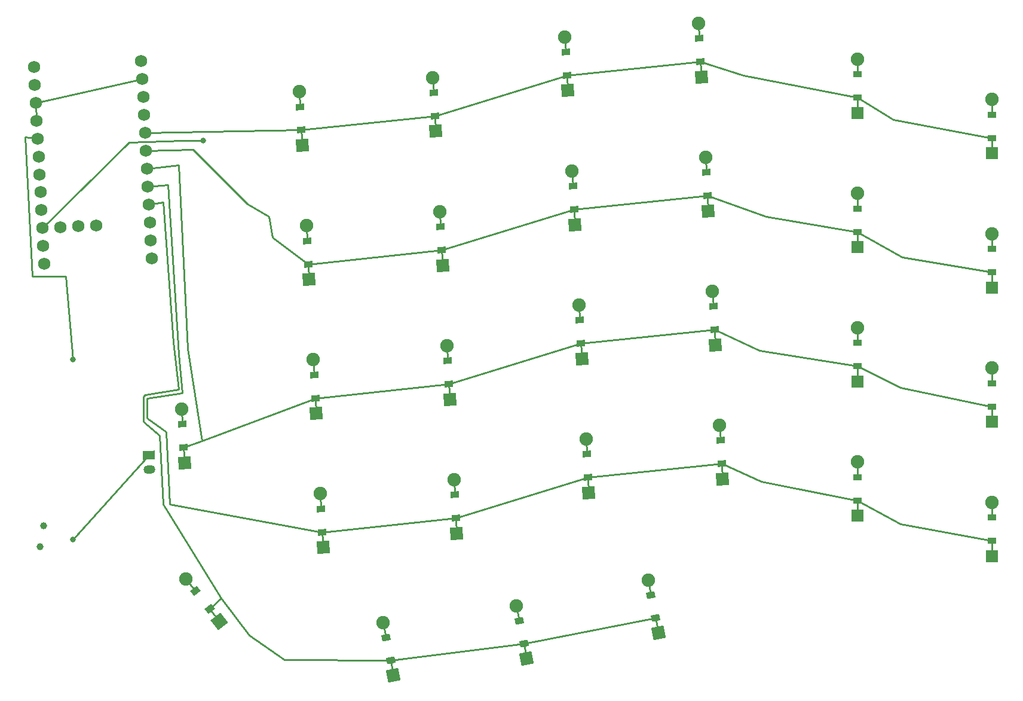
<source format=gbr>
%TF.GenerationSoftware,KiCad,Pcbnew,8.0.4*%
%TF.CreationDate,2024-09-16T15:21:11-06:00*%
%TF.ProjectId,right_board,72696768-745f-4626-9f61-72642e6b6963,v1.0.0*%
%TF.SameCoordinates,Original*%
%TF.FileFunction,Copper,L1,Top*%
%TF.FilePolarity,Positive*%
%FSLAX46Y46*%
G04 Gerber Fmt 4.6, Leading zero omitted, Abs format (unit mm)*
G04 Created by KiCad (PCBNEW 8.0.4) date 2024-09-16 15:21:11*
%MOMM*%
%LPD*%
G01*
G04 APERTURE LIST*
G04 Aperture macros list*
%AMHorizOval*
0 Thick line with rounded ends*
0 $1 width*
0 $2 $3 position (X,Y) of the first rounded end (center of the circle)*
0 $4 $5 position (X,Y) of the second rounded end (center of the circle)*
0 Add line between two ends*
20,1,$1,$2,$3,$4,$5,0*
0 Add two circle primitives to create the rounded ends*
1,1,$1,$2,$3*
1,1,$1,$4,$5*%
%AMRotRect*
0 Rectangle, with rotation*
0 The origin of the aperture is its center*
0 $1 length*
0 $2 width*
0 $3 Rotation angle, in degrees counterclockwise*
0 Add horizontal line*
21,1,$1,$2,0,0,$3*%
G04 Aperture macros list end*
%TA.AperFunction,WasherPad*%
%ADD10C,1.000000*%
%TD*%
%TA.AperFunction,ComponentPad*%
%ADD11RotRect,1.778000X1.778000X93.000000*%
%TD*%
%TA.AperFunction,SMDPad,CuDef*%
%ADD12RotRect,0.900000X1.200000X93.000000*%
%TD*%
%TA.AperFunction,ComponentPad*%
%ADD13C,1.905000*%
%TD*%
%TA.AperFunction,ComponentPad*%
%ADD14R,1.778000X1.778000*%
%TD*%
%TA.AperFunction,SMDPad,CuDef*%
%ADD15R,1.200000X0.900000*%
%TD*%
%TA.AperFunction,ComponentPad*%
%ADD16C,1.752600*%
%TD*%
%TA.AperFunction,ComponentPad*%
%ADD17RotRect,1.200000X1.700000X273.000000*%
%TD*%
%TA.AperFunction,ComponentPad*%
%ADD18HorizOval,1.200000X-0.249657X-0.013084X0.249657X0.013084X0*%
%TD*%
%TA.AperFunction,ComponentPad*%
%ADD19RotRect,1.778000X1.778000X101.000000*%
%TD*%
%TA.AperFunction,SMDPad,CuDef*%
%ADD20RotRect,0.900000X1.200000X101.000000*%
%TD*%
%TA.AperFunction,ComponentPad*%
%ADD21RotRect,1.778000X1.778000X128.000000*%
%TD*%
%TA.AperFunction,SMDPad,CuDef*%
%ADD22RotRect,0.900000X1.200000X128.000000*%
%TD*%
%TA.AperFunction,ViaPad*%
%ADD23C,0.800000*%
%TD*%
%TA.AperFunction,Conductor*%
%ADD24C,0.250000*%
%TD*%
G04 APERTURE END LIST*
D10*
%TO.P,T1,*%
%TO.N,*%
X145881877Y-180869031D03*
X146402821Y-177914607D03*
%TD*%
D11*
%TO.P,D17,1*%
%TO.N,P115*%
X204922588Y-178953889D03*
D12*
X204809542Y-176796849D03*
%TO.P,D17,2*%
%TO.N,mirror_four_bottom*%
X204636834Y-173501371D03*
D13*
X204523788Y-171344331D03*
%TD*%
D11*
%TO.P,D10,1*%
%TO.N,P002*%
X241577027Y-152283993D03*
D12*
X241463981Y-150126953D03*
%TO.P,D10,2*%
%TO.N,mirror_two_home*%
X241291273Y-146831475D03*
D13*
X241178227Y-144674435D03*
%TD*%
D14*
%TO.P,D3,1*%
%TO.N,P029*%
X280749798Y-144164160D03*
D15*
X280749798Y-142004160D03*
%TO.P,D3,2*%
%TO.N,mirror_function_keys_qwerty*%
X280749798Y-138704160D03*
D13*
X280749798Y-136544160D03*
%TD*%
D16*
%TO.P,MCU1,1*%
%TO.N,P006*%
X145014474Y-112918737D03*
%TO.P,MCU1,2*%
%TO.N,P008*%
X145147407Y-115455256D03*
%TO.P,MCU1,3*%
%TO.N,GND*%
X145280340Y-117991775D03*
%TO.P,MCU1,4*%
X145413274Y-120528294D03*
%TO.P,MCU1,5*%
%TO.N,P017*%
X145546207Y-123064813D03*
%TO.P,MCU1,6*%
%TO.N,P020*%
X145679140Y-125601332D03*
%TO.P,MCU1,7*%
%TO.N,P022*%
X145812074Y-128137851D03*
%TO.P,MCU1,8*%
%TO.N,P024*%
X145945007Y-130674371D03*
%TO.P,MCU1,9*%
%TO.N,P100*%
X146077940Y-133210890D03*
%TO.P,MCU1,10*%
%TO.N,P011*%
X146210874Y-135747409D03*
%TO.P,MCU1,11*%
%TO.N,P104*%
X146343807Y-138283928D03*
%TO.P,MCU1,12*%
%TO.N,P106*%
X146476740Y-140820447D03*
%TO.P,MCU1,13*%
%TO.N,P009*%
X161695854Y-140022847D03*
%TO.P,MCU1,14*%
%TO.N,P010*%
X161562921Y-137486328D03*
%TO.P,MCU1,15*%
%TO.N,P111*%
X161429988Y-134949809D03*
%TO.P,MCU1,16*%
%TO.N,P113*%
X161297054Y-132413290D03*
%TO.P,MCU1,17*%
%TO.N,P115*%
X161164121Y-129876771D03*
%TO.P,MCU1,18*%
%TO.N,P002*%
X161031188Y-127340252D03*
%TO.P,MCU1,19*%
%TO.N,P029*%
X160898254Y-124803733D03*
%TO.P,MCU1,20*%
%TO.N,P031*%
X160765321Y-122267213D03*
%TO.P,MCU1,21*%
%TO.N,VCC*%
X160632388Y-119730694D03*
%TO.P,MCU1,22*%
%TO.N,RST*%
X160499454Y-117194175D03*
%TO.P,MCU1,23*%
%TO.N,GND*%
X160366521Y-114657656D03*
%TO.P,MCU1,24*%
%TO.N,RAW*%
X160233588Y-112121137D03*
%TO.P,MCU1,31*%
%TO.N,P101*%
X148747393Y-135614475D03*
%TO.P,MCU1,32*%
%TO.N,P102*%
X151283912Y-135481542D03*
%TO.P,MCU1,33*%
%TO.N,P107*%
X153820431Y-135348609D03*
%TD*%
D14*
%TO.P,D4,1*%
%TO.N,P031*%
X280749798Y-125164160D03*
D15*
X280749798Y-123004160D03*
%TO.P,D4,2*%
%TO.N,mirror_function_keys_number*%
X280749798Y-119704160D03*
D13*
X280749798Y-117544160D03*
%TD*%
D11*
%TO.P,D20,1*%
%TO.N,P031*%
X201939438Y-122032005D03*
D12*
X201826392Y-119874965D03*
%TO.P,D20,2*%
%TO.N,mirror_four_number*%
X201653684Y-116579487D03*
D13*
X201540638Y-114422447D03*
%TD*%
D11*
%TO.P,D13,1*%
%TO.N,P115*%
X223647299Y-173203533D03*
D12*
X223534253Y-171046493D03*
%TO.P,D13,2*%
%TO.N,mirror_three_bottom*%
X223361545Y-167751015D03*
D13*
X223248499Y-165593975D03*
%TD*%
D17*
%TO.P,JST1,1*%
%TO.N,pos*%
X161284926Y-167912575D03*
D18*
%TO.P,JST1,2*%
%TO.N,GND*%
X161389598Y-169909835D03*
%TD*%
D19*
%TO.P,D25,1*%
%TO.N,P113*%
X233499304Y-193040311D03*
D20*
X233087157Y-190919996D03*
%TO.P,D25,2*%
%TO.N,mirror_near_thumb*%
X232457487Y-187680626D03*
D13*
X232045340Y-185560311D03*
%TD*%
D14*
%TO.P,D5,1*%
%TO.N,P115*%
X261749798Y-176449160D03*
D15*
X261749798Y-174289160D03*
%TO.P,D5,2*%
%TO.N,mirror_one_bottom*%
X261749798Y-170989160D03*
D13*
X261749798Y-168829160D03*
%TD*%
D11*
%TO.P,D29,1*%
%TO.N,P002*%
X166346634Y-168959101D03*
D12*
X166233588Y-166802061D03*
%TO.P,D29,2*%
%TO.N,mirror_curly_square*%
X166060880Y-163506583D03*
D13*
X165947834Y-161349543D03*
%TD*%
D14*
%TO.P,D7,1*%
%TO.N,P029*%
X261749798Y-138449160D03*
D15*
X261749798Y-136289160D03*
%TO.P,D7,2*%
%TO.N,mirror_one_qwerty*%
X261749798Y-132989160D03*
D13*
X261749798Y-130829160D03*
%TD*%
D11*
%TO.P,D19,1*%
%TO.N,P029*%
X202933822Y-141005966D03*
D12*
X202820776Y-138848926D03*
%TO.P,D19,2*%
%TO.N,mirror_four_qwerty*%
X202648068Y-135553448D03*
D13*
X202535022Y-133396408D03*
%TD*%
D11*
%TO.P,D11,1*%
%TO.N,P029*%
X240582644Y-133310032D03*
D12*
X240469598Y-131152992D03*
%TO.P,D11,2*%
%TO.N,mirror_two_qwerty*%
X240296890Y-127857514D03*
D13*
X240183844Y-125700474D03*
%TD*%
D11*
%TO.P,D12,1*%
%TO.N,P031*%
X239588261Y-114336071D03*
D12*
X239475215Y-112179031D03*
%TO.P,D12,2*%
%TO.N,mirror_two_number*%
X239302507Y-108883553D03*
D13*
X239189461Y-106726513D03*
%TD*%
D11*
%TO.P,D15,1*%
%TO.N,P029*%
X221658533Y-135255610D03*
D12*
X221545487Y-133098570D03*
%TO.P,D15,2*%
%TO.N,mirror_three_qwerty*%
X221372779Y-129803092D03*
D13*
X221259733Y-127646052D03*
%TD*%
D14*
%TO.P,D1,1*%
%TO.N,P115*%
X280749798Y-182164160D03*
D15*
X280749798Y-180004160D03*
%TO.P,D1,2*%
%TO.N,mirror_function_keys_bottom*%
X280749798Y-176704160D03*
D13*
X280749798Y-174544160D03*
%TD*%
D19*
%TO.P,D26,1*%
%TO.N,P113*%
X214848388Y-196665682D03*
D20*
X214436241Y-194545367D03*
%TO.P,D26,2*%
%TO.N,mirror_home_thumb*%
X213806571Y-191305997D03*
D13*
X213394424Y-189185682D03*
%TD*%
D11*
%TO.P,D9,1*%
%TO.N,P115*%
X242571410Y-171257955D03*
D12*
X242458364Y-169100915D03*
%TO.P,D9,2*%
%TO.N,mirror_two_bottom*%
X242285656Y-165805437D03*
D13*
X242172610Y-163648397D03*
%TD*%
D11*
%TO.P,D14,1*%
%TO.N,P002*%
X222652916Y-154229571D03*
D12*
X222539870Y-152072531D03*
%TO.P,D14,2*%
%TO.N,mirror_three_home*%
X222367162Y-148777053D03*
D13*
X222254116Y-146620013D03*
%TD*%
D11*
%TO.P,D18,1*%
%TO.N,P002*%
X203928205Y-159979928D03*
D12*
X203815159Y-157822888D03*
%TO.P,D18,2*%
%TO.N,mirror_four_home*%
X203642451Y-154527410D03*
D13*
X203529405Y-152370370D03*
%TD*%
D19*
%TO.P,D27,1*%
%TO.N,P113*%
X195958960Y-199064019D03*
D20*
X195546813Y-196943704D03*
%TO.P,D27,2*%
%TO.N,mirror_far_thumb*%
X194917143Y-193704334D03*
D13*
X194504996Y-191584019D03*
%TD*%
D14*
%TO.P,D2,1*%
%TO.N,P002*%
X280749798Y-163164160D03*
D15*
X280749798Y-161004160D03*
%TO.P,D2,2*%
%TO.N,mirror_function_keys_home*%
X280749798Y-157704160D03*
D13*
X280749798Y-155544160D03*
%TD*%
D21*
%TO.P,D28,1*%
%TO.N,P113*%
X171249810Y-191386964D03*
D22*
X169919981Y-189684861D03*
%TO.P,D28,2*%
%TO.N,mirror_space_thumb*%
X167888299Y-187084425D03*
D13*
X166558470Y-185382322D03*
%TD*%
D14*
%TO.P,D8,1*%
%TO.N,P031*%
X261749798Y-119449160D03*
D15*
X261749798Y-117289160D03*
%TO.P,D8,2*%
%TO.N,mirror_one_number*%
X261749798Y-113989160D03*
D13*
X261749798Y-111829160D03*
%TD*%
D11*
%TO.P,D21,1*%
%TO.N,P115*%
X186000963Y-180946902D03*
D12*
X185887917Y-178789862D03*
%TO.P,D21,2*%
%TO.N,mirror_five_bottom*%
X185715209Y-175494384D03*
D13*
X185602163Y-173337344D03*
%TD*%
D11*
%TO.P,D23,1*%
%TO.N,P029*%
X184012196Y-142998979D03*
D12*
X183899150Y-140841939D03*
%TO.P,D23,2*%
%TO.N,mirror_five_qwerty*%
X183726442Y-137546461D03*
D13*
X183613396Y-135389421D03*
%TD*%
D11*
%TO.P,D24,1*%
%TO.N,P031*%
X183017813Y-124025018D03*
D12*
X182904767Y-121867978D03*
%TO.P,D24,2*%
%TO.N,mirror_five_number*%
X182732059Y-118572500D03*
D13*
X182619013Y-116415460D03*
%TD*%
D14*
%TO.P,D6,1*%
%TO.N,P002*%
X261749798Y-157449160D03*
D15*
X261749798Y-155289160D03*
%TO.P,D6,2*%
%TO.N,mirror_one_home*%
X261749798Y-151989160D03*
D13*
X261749798Y-149829160D03*
%TD*%
D11*
%TO.P,D22,1*%
%TO.N,P002*%
X185006580Y-161972940D03*
D12*
X184893534Y-159815900D03*
%TO.P,D22,2*%
%TO.N,mirror_five_home*%
X184720826Y-156520422D03*
D13*
X184607780Y-154363382D03*
%TD*%
D11*
%TO.P,D16,1*%
%TO.N,P031*%
X220664150Y-116281649D03*
D12*
X220551104Y-114124609D03*
%TO.P,D16,2*%
%TO.N,mirror_three_number*%
X220378396Y-110829131D03*
D13*
X220265350Y-108672091D03*
%TD*%
D23*
%TO.N,P011*%
X169042604Y-123354160D03*
%TO.N,P017*%
X150542604Y-154354160D03*
%TO.N,pos*%
X150542604Y-179854160D03*
%TD*%
D24*
%TO.N,mirror_function_keys_bottom*%
X280749798Y-174544160D02*
X280749798Y-176704160D01*
%TO.N,mirror_function_keys_home*%
X280749798Y-157704160D02*
X280749798Y-155544160D01*
%TO.N,mirror_function_keys_qwerty*%
X280749798Y-136544160D02*
X280749798Y-138704160D01*
%TO.N,mirror_function_keys_number*%
X280749798Y-117544160D02*
X280749798Y-119704160D01*
%TO.N,mirror_one_bottom*%
X261749798Y-170989160D02*
X261749798Y-168829160D01*
%TO.N,mirror_one_home*%
X261749798Y-149829160D02*
X261749798Y-151989160D01*
%TO.N,mirror_one_qwerty*%
X261749798Y-132989160D02*
X261749798Y-130829160D01*
%TO.N,mirror_one_number*%
X261749798Y-113989160D02*
X261749798Y-111829160D01*
%TO.N,mirror_two_bottom*%
X242285656Y-165805437D02*
X242172610Y-163648397D01*
%TO.N,mirror_two_home*%
X241291273Y-146831475D02*
X241178227Y-144674435D01*
%TO.N,mirror_two_qwerty*%
X240296890Y-127857514D02*
X240183844Y-125700474D01*
%TO.N,mirror_two_number*%
X239189461Y-106726513D02*
X239302507Y-108883553D01*
%TO.N,mirror_three_bottom*%
X223361545Y-167751015D02*
X223248499Y-165593975D01*
%TO.N,mirror_three_home*%
X222254116Y-146620013D02*
X222367162Y-148777053D01*
%TO.N,mirror_three_qwerty*%
X221372779Y-129803092D02*
X221259733Y-127646052D01*
%TO.N,mirror_three_number*%
X220378396Y-110829131D02*
X220265350Y-108672091D01*
%TO.N,P011*%
X169042604Y-123354160D02*
X166042604Y-123354160D01*
X166042604Y-123354160D02*
X158542604Y-123604160D01*
X158542604Y-123604160D02*
X146210874Y-135747409D01*
%TO.N,mirror_four_bottom*%
X204636834Y-173501371D02*
X204523788Y-171344331D01*
%TO.N,mirror_four_home*%
X203529405Y-152370370D02*
X203642451Y-154527410D01*
%TO.N,mirror_four_qwerty*%
X202648068Y-135553448D02*
X202535022Y-133396408D01*
%TO.N,mirror_four_number*%
X201540638Y-114422447D02*
X201653684Y-116579487D01*
%TO.N,mirror_five_bottom*%
X185715209Y-175494384D02*
X185602163Y-173337344D01*
%TO.N,mirror_five_home*%
X184607780Y-154363382D02*
X184720826Y-156520422D01*
%TO.N,mirror_five_qwerty*%
X183726442Y-137546461D02*
X183613396Y-135389421D01*
%TO.N,mirror_five_number*%
X182619013Y-116415460D02*
X182732059Y-118572500D01*
%TO.N,mirror_near_thumb*%
X232457487Y-187680626D02*
X232045340Y-185560311D01*
%TO.N,mirror_home_thumb*%
X213394424Y-189185682D02*
X213806571Y-191305997D01*
%TO.N,mirror_far_thumb*%
X194917143Y-193704334D02*
X194504996Y-191584019D01*
%TO.N,P017*%
X149542604Y-142604160D02*
X144792604Y-142604160D01*
X150542604Y-154354160D02*
X149542604Y-142604160D01*
X144792604Y-142604160D02*
X143792604Y-122854160D01*
X143792604Y-122854160D02*
X145546207Y-123064813D01*
%TO.N,mirror_space_thumb*%
X166558470Y-185382322D02*
X167888299Y-187084425D01*
%TO.N,mirror_curly_square*%
X166060880Y-163506583D02*
X165947834Y-161349543D01*
%TO.N,P115*%
X280749798Y-180004160D02*
X280749798Y-182164160D01*
X248042604Y-171604160D02*
X242458364Y-169100915D01*
X261749798Y-176449160D02*
X261749798Y-174289160D01*
X204809542Y-176796849D02*
X185887917Y-178789862D01*
X204922588Y-178953889D02*
X204809542Y-176796849D01*
X163792604Y-164604160D02*
X161042604Y-162604160D01*
X161042604Y-162604160D02*
X161042604Y-159854160D01*
X261749798Y-174289160D02*
X267792604Y-177604160D01*
X223534253Y-171046493D02*
X242458364Y-169100915D01*
X267792604Y-177604160D02*
X280749798Y-180004160D01*
X261749798Y-174289160D02*
X248042604Y-171604160D01*
X204809542Y-176796849D02*
X223534253Y-171046493D01*
X223647299Y-173203533D02*
X223534253Y-171046493D01*
X164292604Y-174854160D02*
X163792604Y-164604160D01*
X242571410Y-171257955D02*
X242458364Y-169100915D01*
X186000963Y-180946902D02*
X185887917Y-178789862D01*
X165542604Y-153604160D02*
X164042604Y-129604160D01*
X166042604Y-159104160D02*
X165542604Y-153604160D01*
X161042604Y-159854160D02*
X166042604Y-159104160D01*
X164042604Y-129604160D02*
X161164121Y-129876771D01*
X185887917Y-178789862D02*
X164292604Y-174854160D01*
%TO.N,P002*%
X165542604Y-126854160D02*
X161031188Y-127340252D01*
X267792604Y-158354160D02*
X280749798Y-161004160D01*
X247792604Y-153104160D02*
X261749798Y-155289160D01*
X280749798Y-163164160D02*
X280749798Y-161004160D01*
X166346634Y-168959101D02*
X166233588Y-166802061D01*
X168792604Y-165843982D02*
X166233588Y-166802061D01*
X241577027Y-152283993D02*
X241463981Y-150126953D01*
X203815159Y-157822888D02*
X222539870Y-152072531D01*
X184893534Y-159815900D02*
X185006580Y-161972940D01*
X261749798Y-155289160D02*
X267792604Y-158354160D01*
X261749798Y-155289160D02*
X261749798Y-157449160D01*
X222652916Y-154229571D02*
X222539870Y-152072531D01*
X203928205Y-159979928D02*
X203815159Y-157822888D01*
X184893534Y-159815900D02*
X168792604Y-165843982D01*
X168792604Y-165843982D02*
X166792604Y-152854160D01*
X222539870Y-152072531D02*
X241463981Y-150126953D01*
X166792604Y-152854160D02*
X165542604Y-126854160D01*
X203815159Y-157822888D02*
X184893534Y-159815900D01*
X241463981Y-150126953D02*
X247792604Y-153104160D01*
%TO.N,P029*%
X175292604Y-132354160D02*
X167542604Y-124604160D01*
X240469598Y-131152992D02*
X248792604Y-134104160D01*
X261749798Y-136289160D02*
X268042604Y-139854160D01*
X268042604Y-139854160D02*
X280749798Y-142004160D01*
X202820776Y-138848926D02*
X221545487Y-133098570D01*
X280749798Y-144164160D02*
X280749798Y-142004160D01*
X167542604Y-124604160D02*
X160898254Y-124803733D01*
X183899150Y-140841939D02*
X178792604Y-137104160D01*
X248792604Y-134104160D02*
X261749798Y-136289160D01*
X178292604Y-134104160D02*
X175292604Y-132354160D01*
X261749798Y-138449160D02*
X261749798Y-136289160D01*
X221658533Y-135255610D02*
X221545487Y-133098570D01*
X240582644Y-133310032D02*
X240469598Y-131152992D01*
X184012196Y-142998979D02*
X183899150Y-140841939D01*
X202820776Y-138848926D02*
X183899150Y-140841939D01*
X221545487Y-133098570D02*
X240469598Y-131152992D01*
X202933822Y-141005966D02*
X202820776Y-138848926D01*
X178792604Y-137104160D02*
X178292604Y-134104160D01*
%TO.N,P031*%
X182904767Y-121867978D02*
X183017813Y-124025018D01*
X201826392Y-119874965D02*
X182904767Y-121867978D01*
X239475215Y-112179031D02*
X220551104Y-114124609D01*
X220664150Y-116281649D02*
X220551104Y-114124609D01*
X280749798Y-125164160D02*
X280749798Y-123004160D01*
X280749798Y-123004160D02*
X266792604Y-120354160D01*
X201826392Y-119874965D02*
X201939438Y-122032005D01*
X261749798Y-117289160D02*
X245542604Y-114104160D01*
X245542604Y-114104160D02*
X239475215Y-112179031D01*
X239475215Y-112179031D02*
X239588261Y-114336071D01*
X266792604Y-120354160D02*
X261749798Y-117289160D01*
X201826392Y-119874965D02*
X220551104Y-114124609D01*
X182904767Y-121867978D02*
X160765321Y-122267213D01*
X261749798Y-117289160D02*
X261749798Y-119449160D01*
%TO.N,P113*%
X163292604Y-174854160D02*
X162792604Y-165104160D01*
X195546813Y-196943704D02*
X195958960Y-199064019D01*
X214436241Y-194545367D02*
X195546813Y-196943704D01*
X171542604Y-188104160D02*
X163292604Y-174854160D01*
X180542604Y-196854160D02*
X175542604Y-193354160D01*
X214436241Y-194545367D02*
X214848388Y-196665682D01*
X214436241Y-194545367D02*
X233087157Y-190919996D01*
X164792604Y-151854160D02*
X163292604Y-132104160D01*
X162792604Y-165104160D02*
X160542604Y-163104160D01*
X160792604Y-159354160D02*
X165542604Y-158604160D01*
X175542604Y-193354160D02*
X171542604Y-188104160D01*
X165542604Y-158604160D02*
X164792604Y-151854160D01*
X195546813Y-196943704D02*
X180542604Y-196854160D01*
X169919981Y-189684861D02*
X171249810Y-191386964D01*
X233499304Y-193040311D02*
X233087157Y-190919996D01*
X160542604Y-163104160D02*
X160542604Y-159604160D01*
X160542604Y-159604160D02*
X160792604Y-159354160D01*
X171542604Y-188104160D02*
X169919981Y-189684861D01*
X163292604Y-132104160D02*
X161297054Y-132413290D01*
%TO.N,GND*%
X145413274Y-120528294D02*
X145280340Y-117991775D01*
X145280340Y-117991775D02*
X160366521Y-114657656D01*
%TO.N,pos*%
X150542604Y-179854160D02*
X161284926Y-167912575D01*
%TD*%
M02*

</source>
